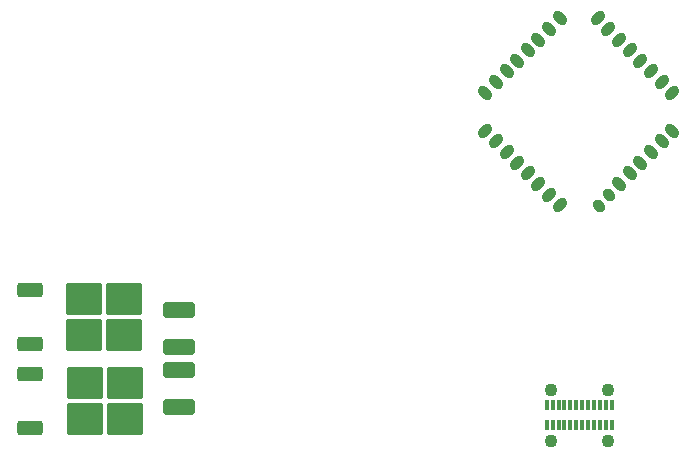
<source format=gbr>
%TF.GenerationSoftware,KiCad,Pcbnew,7.0.11*%
%TF.CreationDate,2025-01-20T02:06:30+09:00*%
%TF.ProjectId,IO,494f2e6b-6963-4616-945f-706362585858,rev?*%
%TF.SameCoordinates,Original*%
%TF.FileFunction,Paste,Bot*%
%TF.FilePolarity,Positive*%
%FSLAX46Y46*%
G04 Gerber Fmt 4.6, Leading zero omitted, Abs format (unit mm)*
G04 Created by KiCad (PCBNEW 7.0.11) date 2025-01-20 02:06:30*
%MOMM*%
%LPD*%
G01*
G04 APERTURE LIST*
G04 Aperture macros list*
%AMRoundRect*
0 Rectangle with rounded corners*
0 $1 Rounding radius*
0 $2 $3 $4 $5 $6 $7 $8 $9 X,Y pos of 4 corners*
0 Add a 4 corners polygon primitive as box body*
4,1,4,$2,$3,$4,$5,$6,$7,$8,$9,$2,$3,0*
0 Add four circle primitives for the rounded corners*
1,1,$1+$1,$2,$3*
1,1,$1+$1,$4,$5*
1,1,$1+$1,$6,$7*
1,1,$1+$1,$8,$9*
0 Add four rect primitives between the rounded corners*
20,1,$1+$1,$2,$3,$4,$5,0*
20,1,$1+$1,$4,$5,$6,$7,0*
20,1,$1+$1,$6,$7,$8,$9,0*
20,1,$1+$1,$8,$9,$2,$3,0*%
%AMHorizOval*
0 Thick line with rounded ends*
0 $1 width*
0 $2 $3 position (X,Y) of the first rounded end (center of the circle)*
0 $4 $5 position (X,Y) of the second rounded end (center of the circle)*
0 Add line between two ends*
20,1,$1,$2,$3,$4,$5,0*
0 Add two circle primitives to create the rounded ends*
1,1,$1,$2,$3*
1,1,$1,$4,$5*%
G04 Aperture macros list end*
%ADD10RoundRect,0.250000X-1.100000X0.412500X-1.100000X-0.412500X1.100000X-0.412500X1.100000X0.412500X0*%
%ADD11R,0.300000X0.850000*%
%ADD12C,1.100000*%
%ADD13RoundRect,0.250000X-0.850000X-0.350000X0.850000X-0.350000X0.850000X0.350000X-0.850000X0.350000X0*%
%ADD14RoundRect,0.250000X-1.275000X-1.125000X1.275000X-1.125000X1.275000X1.125000X-1.275000X1.125000X0*%
%ADD15RoundRect,0.250000X1.100000X-0.412500X1.100000X0.412500X-1.100000X0.412500X-1.100000X-0.412500X0*%
%ADD16HorizOval,0.900000X-0.176777X-0.176777X0.176777X0.176777X0*%
%ADD17HorizOval,0.900000X-0.176777X0.176777X0.176777X-0.176777X0*%
%ADD18HorizOval,0.900000X-0.106066X0.106066X0.106066X-0.106066X0*%
G04 APERTURE END LIST*
D10*
%TO.C,C1*%
X109474000Y-62445500D03*
X109474000Y-65570500D03*
%TD*%
D11*
%TO.C,J4*%
X146110000Y-65400000D03*
X145610000Y-65400000D03*
X145110000Y-65400000D03*
X144610000Y-65400000D03*
X144110000Y-65400000D03*
X143610000Y-65400000D03*
X143110000Y-65400000D03*
X142610000Y-65400000D03*
X142110000Y-65400000D03*
X141610000Y-65400000D03*
X141110000Y-65400000D03*
X140610000Y-65400000D03*
X140610000Y-67070000D03*
X141110000Y-67070000D03*
X141610000Y-67070000D03*
X142110000Y-67070000D03*
X142610000Y-67070000D03*
X143110000Y-67070000D03*
X143610000Y-67070000D03*
X144110000Y-67070000D03*
X144610000Y-67070000D03*
X145110000Y-67070000D03*
X145610000Y-67070000D03*
X146110000Y-67070000D03*
D12*
X145760000Y-68385000D03*
X145760000Y-64085000D03*
X140960000Y-68385000D03*
X140960000Y-64085000D03*
%TD*%
D13*
%TO.C,U2*%
X96824000Y-55632000D03*
X96824000Y-60192000D03*
D14*
X101449000Y-56387000D03*
X101449000Y-59437000D03*
X104799000Y-56387000D03*
X104799000Y-59437000D03*
%TD*%
D15*
%TO.C,C3*%
X109474000Y-60490500D03*
X109474000Y-57365500D03*
%TD*%
D13*
%TO.C,U1*%
X96892000Y-62741500D03*
X96892000Y-67301500D03*
D14*
X101517000Y-63496500D03*
X101517000Y-66546500D03*
X104867000Y-63496500D03*
X104867000Y-66546500D03*
%TD*%
D16*
%TO.C,U3*%
X141700740Y-48449290D03*
X140802715Y-47551264D03*
X139904689Y-46653239D03*
X139006664Y-45755213D03*
X138108638Y-44857187D03*
X137210612Y-43959162D03*
X136312587Y-43061136D03*
X135414561Y-42163111D03*
D17*
X135414561Y-38924561D03*
X136312587Y-38026536D03*
X137210612Y-37128510D03*
X138108638Y-36230485D03*
X139006664Y-35332459D03*
X139904689Y-34434433D03*
X140802715Y-33536408D03*
X141700740Y-32638382D03*
D16*
X144939290Y-32638382D03*
X145837315Y-33536408D03*
X146735341Y-34434433D03*
X147633366Y-35332459D03*
X148531392Y-36230485D03*
X149429418Y-37128510D03*
X150327443Y-38026536D03*
X151225469Y-38924561D03*
D17*
X151225469Y-42163111D03*
X150327443Y-43061136D03*
X149429418Y-43959162D03*
X148531392Y-44857187D03*
X147633366Y-45755213D03*
X146735341Y-46653239D03*
D18*
X145908026Y-47621975D03*
X145010000Y-48520000D03*
%TD*%
M02*

</source>
